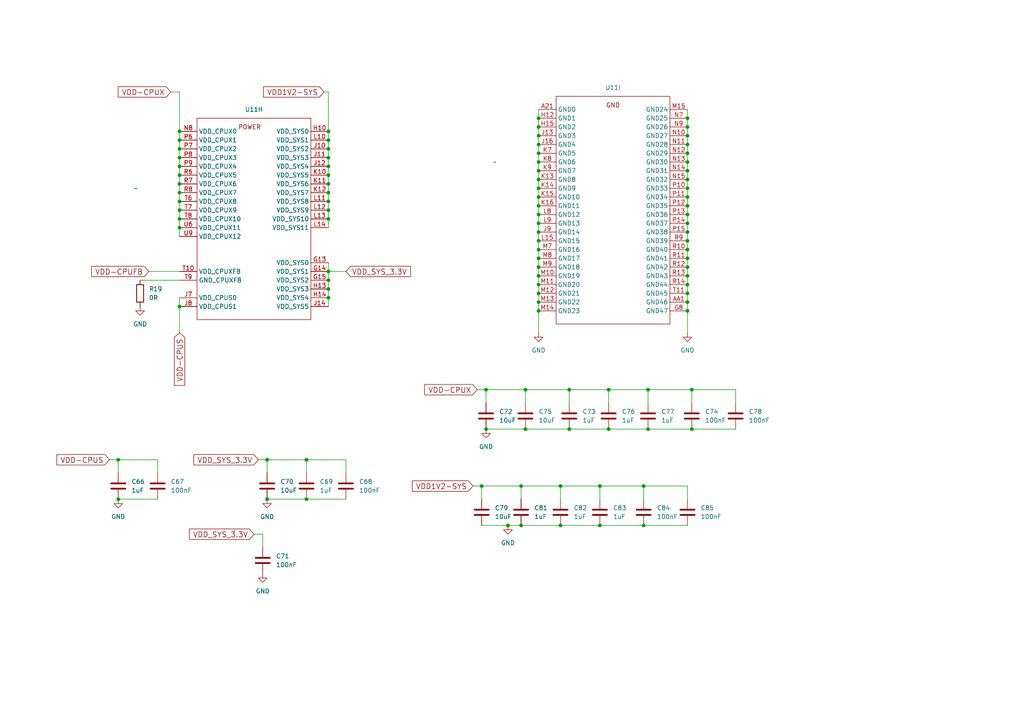
<source format=kicad_sch>
(kicad_sch (version 20230121) (generator eeschema)
  (paper "A4")
  (lib_symbols
    (symbol "Device:C" (pin_numbers hide) (pin_names (offset 0.254))
      (property "Reference" "C" (at 0.635 2.54 0))
      (property "Value" "C" (at 0.635 -2.54 0))
      (symbol "C_0_1"
        (polyline (pts (xy -2.032 -0.762) (xy 2.032 -0.762)) (stroke (width 0.508)))
        (polyline (pts (xy -2.032 0.762) (xy 2.032 0.762)) (stroke (width 0.508)))
      )
      (symbol "C_1_1"
        (pin passive line (at 0 3.81 270) (length 2.794) (name "~") (number "1"))
        (pin passive line (at 0 -3.81 90) (length 2.794) (name "~") (number "2"))
      )
    )
    (symbol "Device:R" (pin_numbers hide) (pin_names (offset 0))
      (property "Reference" "R" (at 2.032 0 90))
      (property "Value" "R" (at 0 0 90))
      (symbol "R_0_1"
        (rectangle (start -1.016 -2.54) (end 1.016 2.54) (stroke (width 0.254)))
      )
      (symbol "R_1_1"
        (pin passive line (at 0 3.81 270) (length 1.27) (name "~") (number "1"))
        (pin passive line (at 0 -3.81 90) (length 1.27) (name "~") (number "2"))
      )
    )
    (symbol "WiRoc:AllwinnerH3"
      (property "Reference" "U" (at 27.94 19.05 0))
      (symbol "AllwinnerH3_1_1"
        (rectangle (start -8.89 38.1) (end 11.43 -93.98))
        (text "DRAM" (at 1.27 35.56 0) (effects (font (size 1.27 1.27))))
        (pin bidirectional line (at -13.97 -27.94 0) (length 5.08) (name "SDQ25") (number "AA11"))
        (pin bidirectional line (at -13.97 -76.2 0) (length 5.08) (name "SDQM3") (number "AA12"))
        (pin bidirectional line (at -13.97 -17.78 0) (length 5.08) (name "SDQ21") (number "AA14"))
        (pin bidirectional line (at -13.97 -57.15 0) (length 5.08) (name "SDQS2") (number "AA15"))
        (pin bidirectional line (at -13.97 -7.62 0) (length 5.08) (name "SDQ17") (number "AA17"))
        (pin bidirectional line (at -13.97 -73.66 0) (length 5.08) (name "SDQM2") (number "AA18"))
        (pin output line (at 16.51 -53.34 180) (length 5.08) (name "SCK") (number "AA19"))
        (pin output line (at 16.51 -55.88 180) (length 5.08) (name "SCKB") (number "AA20"))
        (pin output line (at 16.51 -30.48 180) (length 5.08) (name "SCKE0") (number "AA21"))
        (pin bidirectional line (at -13.97 -38.1 0) (length 5.08) (name "SDQ29") (number "AA8"))
        (pin bidirectional line (at -13.97 -62.23 0) (length 5.08) (name "SDQS3") (number "AA9"))
        (pin bidirectional line (at -13.97 -71.12 0) (length 5.08) (name "SDQM1") (number "G20"))
        (pin bidirectional line (at -13.97 12.7 0) (length 5.08) (name "SDQ9") (number "H20"))
        (pin bidirectional line (at -13.97 10.16 0) (length 5.08) (name "SDQ10") (number "H21"))
        (pin bidirectional line (at -13.97 15.24 0) (length 5.08) (name "SDQ8") (number "J19"))
        (pin bidirectional line (at -13.97 -54.61 0) (length 5.08) (name "SDQSB1") (number "J20"))
        (pin bidirectional line (at -13.97 7.62 0) (length 5.08) (name "SDQ11") (number "J21"))
        (pin bidirectional line (at -13.97 -52.07 0) (length 5.08) (name "SDQS1") (number "K20"))
        (pin power_in line (at 16.51 -66.04 180) (length 5.08) (name "VCC_DRAM0") (number "L16"))
        (pin bidirectional line (at -13.97 5.08 0) (length 5.08) (name "SDQ12") (number "L20"))
        (pin bidirectional line (at -13.97 2.54 0) (length 5.08) (name "SDQ13") (number "L21"))
        (pin power_in line (at 16.51 -68.58 180) (length 5.08) (name "VCC_DRAM1") (number "M16"))
        (pin bidirectional line (at -13.97 -2.54 0) (length 5.08) (name "SDQ15") (number "M19"))
        (pin bidirectional line (at -13.97 -68.58 0) (length 5.08) (name "SDQM0") (number "M20"))
        (pin bidirectional line (at -13.97 0 0) (length 5.08) (name "SDQ14") (number "M21"))
        (pin power_in line (at 16.51 -71.12 180) (length 5.08) (name "VCC_DRAM2") (number "N16"))
        (pin output line (at 16.51 0 180) (length 5.08) (name "SA14") (number "N17"))
        (pin output line (at 16.51 7.62 180) (length 5.08) (name "SA11") (number "N19"))
        (pin bidirectional line (at -13.97 35.56 0) (length 5.08) (name "SDQ0") (number "N20"))
        (pin power_in line (at 16.51 -73.66 180) (length 5.08) (name "VCC_DRAM3") (number "P16"))
        (pin power_in line (at 16.51 -76.2 180) (length 5.08) (name "VCC_DRAM4") (number "P17"))
        (pin output line (at 16.51 10.16 180) (length 5.08) (name "SA10") (number "P19"))
        (pin bidirectional line (at -13.97 30.48 0) (length 5.08) (name "SDQ2") (number "P20"))
        (pin bidirectional line (at -13.97 33.02 0) (length 5.08) (name "SDQ1") (number "P21"))
        (pin power_in line (at 16.51 -78.74 180) (length 5.08) (name "VCC_DRAM5") (number "R16"))
        (pin output line (at 16.51 -2.54 180) (length 5.08) (name "SA15") (number "R17"))
        (pin output line (at 16.51 5.08 180) (length 5.08) (name "SA12") (number "R18"))
        (pin bidirectional line (at -13.97 25.4 0) (length 5.08) (name "SDQ4") (number "R19"))
        (pin bidirectional line (at -13.97 -46.99 0) (length 5.08) (name "SDQS0") (number "R20"))
        (pin bidirectional line (at -13.97 -49.53 0) (length 5.08) (name "SDQSB0") (number "R21"))
        (pin power_in line (at 16.51 -81.28 180) (length 5.08) (name "VCC_DRAM6") (number "T12"))
        (pin power_in line (at 16.51 -83.82 180) (length 5.08) (name "VCC_DRAM7") (number "T13"))
        (pin power_in line (at 16.51 -86.36 180) (length 5.08) (name "VCC_DRAM8") (number "T14"))
        (pin power_in line (at 16.51 -88.9 180) (length 5.08) (name "VCC_DRAM9") (number "T15"))
        (pin output line (at 16.51 -59.69 180) (length 5.08) (name "SVREF") (number "T16"))
        (pin output line (at 16.51 35.56 180) (length 5.08) (name "SA0") (number "T17"))
        (pin output line (at 16.51 -10.16 180) (length 5.08) (name "SBA1") (number "T18"))
        (pin bidirectional line (at -13.97 22.86 0) (length 5.08) (name "SDQ5") (number "T20"))
        (pin power_in line (at 16.51 -91.44 180) (length 5.08) (name "VCC_DRAM10") (number "U11"))
        (pin output line (at 16.51 -20.32 180) (length 5.08) (name "SCAS") (number "U15"))
        (pin output line (at 16.51 -25.4 180) (length 5.08) (name "SRST") (number "U16"))
        (pin output line (at 16.51 33.02 180) (length 5.08) (name "SA1") (number "U18"))
        (pin bidirectional line (at -13.97 20.32 0) (length 5.08) (name "SDQ6") (number "U19"))
        (pin bidirectional line (at -13.97 17.78 0) (length 5.08) (name "SDQ7") (number "U20"))
        (pin bidirectional line (at -13.97 27.94 0) (length 5.08) (name "SDQ3") (number "U21"))
        (pin bidirectional line (at -13.97 -80.01 0) (length 5.08) (name "SZQ") (number "V10"))
        (pin output line (at 16.51 -48.26 180) (length 5.08) (name "SODT1") (number "V11"))
        (pin output line (at 16.51 2.54 180) (length 5.08) (name "SA13") (number "V12"))
        (pin output line (at 16.51 -17.78 180) (length 5.08) (name "SRAS") (number "V13"))
        (pin output line (at 16.51 17.78 180) (length 5.08) (name "SA7") (number "V15"))
        (pin output line (at 16.51 -12.7 180) (length 5.08) (name "SBA2") (number "V17"))
        (pin output line (at 16.51 30.48 180) (length 5.08) (name "SA2") (number "V19"))
        (pin output line (at 16.51 27.94 180) (length 5.08) (name "SA3") (number "V20"))
        (pin output line (at 16.51 25.4 180) (length 5.08) (name "SA4") (number "V21"))
        (pin output line (at 16.51 -45.72 180) (length 5.08) (name "SODT0") (number "W11"))
        (pin bidirectional line (at -13.97 -25.4 0) (length 5.08) (name "SDQ24") (number "W12"))
        (pin output line (at 16.51 -22.86 180) (length 5.08) (name "SWE") (number "W13"))
        (pin bidirectional line (at -13.97 -12.7 0) (length 5.08) (name "SDQ19") (number "W15"))
        (pin output line (at 16.51 -7.62 180) (length 5.08) (name "SBA0") (number "W17"))
        (pin output line (at 16.51 15.24 180) (length 5.08) (name "SA8") (number "W18"))
        (pin output line (at 16.51 -38.1 180) (length 5.08) (name "SCS0") (number "W20"))
        (pin output line (at 16.51 -40.64 180) (length 5.08) (name "SCS1") (number "W21"))
        (pin bidirectional line (at -13.97 -35.56 0) (length 5.08) (name "SDQ28") (number "W9"))
        (pin bidirectional line (at -13.97 -33.02 0) (length 5.08) (name "SDQ27") (number "Y10"))
        (pin bidirectional line (at -13.97 -30.48 0) (length 5.08) (name "SDQ26") (number "Y11"))
        (pin bidirectional line (at -13.97 -22.86 0) (length 5.08) (name "SDQ23") (number "Y12"))
        (pin bidirectional line (at -13.97 -20.32 0) (length 5.08) (name "SDQ22") (number "Y13"))
        (pin bidirectional line (at -13.97 -15.24 0) (length 5.08) (name "SDQ20") (number "Y14"))
        (pin bidirectional line (at -13.97 -59.69 0) (length 5.08) (name "SDQSB2") (number "Y15"))
        (pin bidirectional line (at -13.97 -10.16 0) (length 5.08) (name "SDQ18") (number "Y16"))
        (pin bidirectional line (at -13.97 -5.08 0) (length 5.08) (name "SDQ16") (number "Y17"))
        (pin output line (at 16.51 12.7 180) (length 5.08) (name "SA9") (number "Y18"))
        (pin output line (at 16.51 22.86 180) (length 5.08) (name "SA5") (number "Y19"))
        (pin output line (at 16.51 20.32 180) (length 5.08) (name "SA6") (number "Y20"))
        (pin output line (at 16.51 -33.02 180) (length 5.08) (name "SCKE1") (number "Y21"))
        (pin bidirectional line (at -13.97 -43.18 0) (length 5.08) (name "SDQ31") (number "Y7"))
        (pin bidirectional line (at -13.97 -40.64 0) (length 5.08) (name "SDQ30") (number "Y8"))
        (pin bidirectional line (at -13.97 -64.77 0) (length 5.08) (name "SDQSB3") (number "Y9"))
      )
      (symbol "AllwinnerH3_2_1"
        (rectangle (start -22.86 26.67) (end 6.35 -24.13))
        (text "NAND" (at -17.78 24.13 0) (effects (font (size 1.27 1.27))))
        (pin bidirectional line (at 11.43 2.54 180) (length 5.08) (name "PC7/NAND_RB1") (number "A16"))
        (pin bidirectional line (at 11.43 7.62 180) (length 5.08) (name "PC5/NAND_RE/SDC2_CLK") (number "A17"))
        (pin bidirectional line (at 11.43 12.7 180) (length 5.08) (name "PC3/NAND_CE1/SPI0_CS") (number "B15"))
        (pin bidirectional line (at 11.43 15.24 180) (length 5.08) (name "PC2/NAND_CLE/SPI0_CLK") (number "B16"))
        (pin bidirectional line (at 11.43 -10.16 180) (length 5.08) (name "PC12/NAND_DQ4/SDC2_D4") (number "B17"))
        (pin bidirectional line (at 11.43 0 180) (length 5.08) (name "PC8/NAND_DQ0/SDC2_D0") (number "B18"))
        (pin bidirectional line (at 11.43 -12.7 180) (length 5.08) (name "PC13/NAND_DQ5/SDC2_D5") (number "B19"))
        (pin bidirectional line (at 11.43 20.32 180) (length 5.08) (name "PC0/NAND_WE/SPI0_MOSI") (number "C15"))
        (pin bidirectional line (at 11.43 17.78 180) (length 5.08) (name "PC1/NAND_ALE/SPI0_MISO") (number "C16"))
        (pin bidirectional line (at 11.43 -2.54 180) (length 5.08) (name "PC9/NAND_DQ1/SDC2_D1") (number "C17"))
        (pin bidirectional line (at 11.43 -7.62 180) (length 5.08) (name "PC11/NAND_DQ3/SDC2_D3") (number "C18"))
        (pin bidirectional line (at 11.43 -17.78 180) (length 5.08) (name "PC15/NAND_DQ7/SDC2_D7") (number "C19"))
        (pin bidirectional line (at 11.43 -5.08 180) (length 5.08) (name "PC10/NAND_DQ2/SDC2_D2") (number "D17"))
        (pin bidirectional line (at 11.43 5.08 180) (length 5.08) (name "PC6/NAND_RB0/SDC2_CMD") (number "E16"))
        (pin bidirectional line (at 11.43 10.16 180) (length 5.08) (name "PC4/NAND_CE0") (number "F16"))
        (pin bidirectional line (at 11.43 -15.24 180) (length 5.08) (name "PC14/NAND_DQ6/SDC2_D6") (number "F17"))
        (pin bidirectional line (at 11.43 -20.32 180) (length 5.08) (name "PC16/NAND_DQS/SDC2_RST") (number "H16"))
      )
      (symbol "AllwinnerH3_3_1"
        (rectangle (start -21.59 27.94) (end 7.62 -17.78))
        (text "SDC1\n" (at -17.78 25.4 0) (effects (font (size 1.27 1.27))))
        (pin bidirectional line (at 12.7 -13.97 180) (length 5.08) (name "PG0/SDC1_CLK/PG_EINT0") (number "B1"))
        (pin bidirectional line (at 12.7 6.35 180) (length 5.08) (name "PG5/SDC1_D3/PG_EINT5") (number "C1"))
        (pin bidirectional line (at 12.7 8.89 180) (length 5.08) (name "PG4/SDC1_D2/PG_EINT4") (number "C2"))
        (pin bidirectional line (at 12.7 -1.27 180) (length 5.08) (name "PG8/UART1_RTS/PG_EINT8") (number "C3"))
        (pin bidirectional line (at 12.7 -11.43 180) (length 5.08) (name "PG12/PCM1_DOUTPG_EINT12") (number "D1"))
        (pin bidirectional line (at 12.7 -8.89 180) (length 5.08) (name "PG11/PCM1_CLK/PG_EINT11") (number "D2"))
        (pin bidirectional line (at 12.7 1.27 180) (length 5.08) (name "PG7/UART1_RX/PG_EINT7") (number "D3"))
        (pin bidirectional line (at 12.7 -3.81 180) (length 5.08) (name "PG9/UART1_CTS/PG_EINT9") (number "E3"))
        (pin bidirectional line (at 12.7 11.43 180) (length 5.08) (name "PG3/SDC1_D1/PG_EINT3") (number "F3"))
        (pin bidirectional line (at 12.7 3.81 180) (length 5.08) (name "PG6/UART1_TX/PG_EINT6") (number "G4"))
        (pin bidirectional line (at 12.7 13.97 180) (length 5.08) (name "PG2/SDC1_D0/PG_EINT2") (number "H4"))
        (pin power_in line (at 12.7 25.4 180) (length 5.08) (name "VCC_PG") (number "H7"))
        (pin bidirectional line (at 12.7 19.05 180) (length 5.08) (name "PG0/SDC1_CLK/PG_EINT0") (number "J3"))
        (pin bidirectional line (at 12.7 16.51 180) (length 5.08) (name "PG1/SDC1_CMD/PG_EINT1") (number "L2"))
        (pin bidirectional line (at 12.7 -6.35 180) (length 5.08) (name "PG10/PCM1_SYNC/PG_EINT10") (number "M3"))
      )
      (symbol "AllwinnerH3_4_1"
        (rectangle (start -26.67 26.67) (end 62.23 -82.55))
        (polyline (pts (xy 13.97 -30.48) (xy 62.23 -30.48)))
        (polyline (pts (xy 13.97 -33.02) (xy -26.67 -33.02) (xy -22.86 -33.02)))
        (polyline (pts (xy 13.97 8.89) (xy 13.97 -54.61) (xy 13.97 -27.94)))
        (text "GPIO" (at 12.7 11.43 0) (effects (font (size 1.27 1.27))))
        (pin bidirectional line (at 67.31 -40.64 180) (length 5.08) (name "PE1/CSI_MCLK/TS_ERR") (number "A10"))
        (pin bidirectional line (at 67.31 -66.04 180) (length 5.08) (name "PE11/CSI_D7/TS_D7") (number "A11"))
        (pin bidirectional line (at -31.75 -26.67 0) (length 5.08) (name "PA20/PCM0_DOUT/SIM_VPPEN/PA_EINT20") (number "A13"))
        (pin bidirectional line (at -31.75 -29.21 0) (length 5.08) (name "PA21/PCM0_DIN/SIM_VPPPP/PA_EINT21") (number "A14"))
        (pin bidirectional line (at -31.75 -46.99 0) (length 5.08) (name "PF1/SDC0_D0/JTAG_DI0") (number "A19"))
        (pin bidirectional line (at 67.31 6.35 180) (length 5.08) (name "PD4/RGMII_RXCK/MII_RXCK/RMII_NULL") (number "A20"))
        (pin bidirectional line (at 67.31 -38.1 180) (length 5.08) (name "PE0/CSI_PCLK/TS_CLK") (number "B10"))
        (pin bidirectional line (at 67.31 -43.18 180) (length 5.08) (name "PE2/CSI_HSYNC/TS_SYNC") (number "B11"))
        (pin bidirectional line (at 67.31 -68.58 180) (length 5.08) (name "PE12/CSI_SCK/TWI2_SCK") (number "B12"))
        (pin bidirectional line (at -31.75 -21.59 0) (length 5.08) (name "PA18/PCM0_SYNC/TWI1_SCK/PA_EINT18") (number "B13"))
        (pin bidirectional line (at -31.75 -24.13 0) (length 5.08) (name "PA19/PCM0_CLK/TWI1_SDA/PA_EINT19") (number "B14"))
        (pin bidirectional line (at 67.31 11.43 180) (length 5.08) (name "PD2/RGMII_RXD1/MII_RXD1/RMII_RXD1") (number "B20"))
        (pin bidirectional line (at 67.31 1.27 180) (length 5.08) (name "PD6/RGMII_NULL/MII_RXERR/RMII_RXER") (number "B21"))
        (pin bidirectional line (at 67.31 -45.72 180) (length 5.08) (name "PE3/CSI_VSYNC/TS_DVLD") (number "C10"))
        (pin bidirectional line (at 67.31 -58.42 180) (length 5.08) (name "PE8/CSI_D4/TS_D4") (number "C11"))
        (pin bidirectional line (at 67.31 -60.96 180) (length 5.08) (name "PE9/CSI_D5/TS_D5") (number "C12"))
        (pin bidirectional line (at -31.75 -6.35 0) (length 5.08) (name "PA12/TWI0_SDA/DI_RX/PA_EINT12") (number "C13"))
        (pin bidirectional line (at -31.75 -19.05 0) (length 5.08) (name "PA17/SPDIF_OUT/PA_EINT17") (number "C14"))
        (pin bidirectional line (at -31.75 -57.15 0) (length 5.08) (name "PF5/SDC0_D2/JTAG_CK0") (number "C20"))
        (pin bidirectional line (at 67.31 16.51 180) (length 5.08) (name "PD0/RGMII_RXD3/MII_RXD3/RMII_NULL/DI_TX") (number "C21"))
        (pin bidirectional line (at 67.31 -76.2 180) (length 5.08) (name "PE15") (number "C5"))
        (pin bidirectional line (at 67.31 -73.66 180) (length 5.08) (name "PE14") (number "C6"))
        (pin bidirectional line (at 67.31 -71.12 180) (length 5.08) (name "PE13/CSI_SDA/TWI2_SDA") (number "C7"))
        (pin bidirectional line (at 67.31 -55.88 180) (length 5.08) (name "PE7/CSI_D3/TS_D3") (number "C8"))
        (pin bidirectional line (at 67.31 -48.26 180) (length 5.08) (name "PE4/CSI_D0/TS_D0") (number "C9"))
        (pin bidirectional line (at 67.31 -53.34 180) (length 5.08) (name "PE6/CSI_D2/TS_D2") (number "D10"))
        (pin bidirectional line (at -31.75 24.13 0) (length 5.08) (name "PA0/UART2_TX/JTAG_MS0/PA_EINT0") (number "D11"))
        (pin bidirectional line (at -31.75 1.27 0) (length 5.08) (name "PA9/SIM_RST/PA_EINT9") (number "D13"))
        (pin bidirectional line (at -31.75 -16.51 0) (length 5.08) (name "PA16/SPI1_MISO/UART3_CTS/PA_EINT16") (number "D15"))
        (pin bidirectional line (at -31.75 -44.45 0) (length 5.08) (name "PF0/SDC0_D1/JTAG_MS0") (number "D19"))
        (pin bidirectional line (at -31.75 -49.53 0) (length 5.08) (name "PF2/SDC0_CLK/UART0_TX") (number "D20"))
        (pin bidirectional line (at -31.75 21.59 0) (length 5.08) (name "PA1/UART2_RX/JTAG_CK0/PA_EINT1") (number "D5"))
        (pin bidirectional line (at -31.75 19.05 0) (length 5.08) (name "PA2/UART2_RTS/JTAG_DO0/PA_EINT2") (number "D6"))
        (pin bidirectional line (at -31.75 6.35 0) (length 5.08) (name "PA7/SIM_CLK/PA_EINT7") (number "D8"))
        (pin bidirectional line (at 67.31 -50.8 180) (length 5.08) (name "PE5/CSI_D1/TS_D1") (number "E10"))
        (pin bidirectional line (at -31.75 -1.27 0) (length 5.08) (name "PA10/SIM_DET/PA_EINT10") (number "E11"))
        (pin bidirectional line (at -31.75 16.51 0) (length 5.08) (name "PA3/UART2_CTS/JTAG_DI0/PA_EINT3") (number "E13"))
        (pin bidirectional line (at -31.75 8.89 0) (length 5.08) (name "PA6/SIM_PWREN/PA_EINT6") (number "E14"))
        (pin bidirectional line (at -31.75 -8.89 0) (length 5.08) (name "PA13/SPI1_CS/UART3_TX/PA_EINT13") (number "E15"))
        (pin bidirectional line (at 67.31 -1.27 180) (length 5.08) (name "PD7/RGMII_TXD3/MII_TXD3/RMII_NULL") (number "E18"))
        (pin bidirectional line (at 67.31 -13.97 180) (length 5.08) (name "PD12/RGMII_TXCK/MII_TXCK/RMII_TXCK") (number "E19"))
        (pin bidirectional line (at 67.31 -3.81 180) (length 5.08) (name "PD8/RGMII_TXD2/MII_TXD2/RMII_NULL") (number "E20"))
        (pin bidirectional line (at -31.75 -54.61 0) (length 5.08) (name "PF4/SDC0_D3/UART0_RX") (number "E21"))
        (pin bidirectional line (at 67.31 -63.5 180) (length 5.08) (name "PE10/CSI_D6/TS_D6") (number "E8"))
        (pin bidirectional line (at -31.75 -3.81 0) (length 5.08) (name "PA11/TWI0_SCK/DI_TX/PA_EINT11") (number "F11"))
        (pin bidirectional line (at -31.75 3.81 0) (length 5.08) (name "PA8/SIM_DATA/PA_EINT8") (number "F13"))
        (pin bidirectional line (at -31.75 -13.97 0) (length 5.08) (name "PA15/SPI1_MOSI/UART3_RTS/PA_EINT15") (number "F14"))
        (pin bidirectional line (at -31.75 -52.07 0) (length 5.08) (name "PF3/SDC0_CMD/JTAG_DO0") (number "F18"))
        (pin bidirectional line (at 67.31 3.81 180) (length 5.08) (name "PD5/RGMII_RXCTL/MII_RXDV/RMII_CRS_D") (number "F19"))
        (pin bidirectional line (at 67.31 -11.43 180) (length 5.08) (name "PD11/RGMII_NULL/MII_CRS/RMII_NULL") (number "F20"))
        (pin bidirectional line (at 67.31 -6.35 180) (length 5.08) (name "PD9/RGMII_TXD1/MII_TXD1/RMII_TXD1") (number "F21"))
        (pin bidirectional line (at -31.75 13.97 0) (length 5.08) (name "PA4/UART0_TX/PA_EINT4") (number "F5"))
        (pin bidirectional line (at -31.75 -11.43 0) (length 5.08) (name "PA14/SPI1_CLK/UART3_RX/PA_EINT14") (number "G12"))
        (pin bidirectional line (at -31.75 -59.69 0) (length 5.08) (name "PF6") (number "G18"))
        (pin bidirectional line (at 67.31 13.97 180) (length 5.08) (name "PD1/RGMII_RXD2/MII_RXD2/RMII_NULL/DI_RX") (number "H17"))
        (pin bidirectional line (at 67.31 8.89 180) (length 5.08) (name "PD3/RGMII_RXD0/MII_RXD0/RMII_RXD0") (number "H18"))
        (pin bidirectional line (at 67.31 -8.89 180) (length 5.08) (name "PD10/RGMII_TXD0/MII_TXD0/RMII_TXD0") (number "H19"))
        (pin bidirectional line (at -31.75 11.43 0) (length 5.08) (name "PA5/UART0_RX/PWM0/PA_EINT5") (number "H6"))
        (pin power_in line (at 67.31 24.13 180) (length 5.08) (name "VCC-PD") (number "J15"))
        (pin bidirectional line (at 67.31 -16.51 180) (length 5.08) (name "PD13/RGMII_TXCTL/MII_TXEN/RMII_TXEN") (number "K17"))
        (pin bidirectional line (at 67.31 -21.59 180) (length 5.08) (name "PD15/RGMII_CLKIN/MII_COL/RMII_NULL_") (number "K18"))
        (pin bidirectional line (at 67.31 -19.05 180) (length 5.08) (name "PD14/RGMII_NULL/MII_TXERR/RMII_NULL") (number "L17"))
        (pin bidirectional line (at 67.31 -24.13 180) (length 5.08) (name "PD16/MDC") (number "L18"))
        (pin bidirectional line (at 67.31 -26.67 180) (length 5.08) (name "PD17/MDIO") (number "L19"))
      )
      (symbol "AllwinnerH3_5_1"
        (rectangle (start -17.78 17.78) (end 25.4 -17.78))
        (text "CPUS" (at -13.97 12.7 0) (effects (font (size 1.27 1.27))))
        (pin bidirectional line (at 30.48 11.43 180) (length 5.08) (name "PL1/S_TWI_SDA/S_PL_EINT1") (number "M1"))
        (pin bidirectional line (at 30.48 -8.89 180) (length 5.08) (name "PL9/S_PL_EINT9") (number "M6"))
        (pin bidirectional line (at 30.48 13.97 180) (length 5.08) (name "PL0/S_TWI_SCK/S_PL_EINT0") (number "N1"))
        (pin bidirectional line (at 30.48 3.81 180) (length 5.08) (name "PL4/S_JTAG_MS/S_PL_EINT4") (number "N2"))
        (pin bidirectional line (at 30.48 8.89 180) (length 5.08) (name "PL2/S_UART_TX/S_PL_EINT2") (number "P2"))
        (pin bidirectional line (at 30.48 6.35 180) (length 5.08) (name "PL3/S_UART_RX/S_PL_EINT3") (number "R1"))
        (pin bidirectional line (at 30.48 1.27 180) (length 5.08) (name "PL5/S_JTAG_CK/S_PL_EINT5") (number "R2"))
        (pin bidirectional line (at 30.48 -6.35 180) (length 5.08) (name "PL8/S_PL_EINT8") (number "T2"))
        (pin bidirectional line (at 30.48 -3.81 180) (length 5.08) (name "PL7/S_JTAG_SI/S_PL_EINT7") (number "T3"))
        (pin bidirectional line (at 30.48 -1.27 180) (length 5.08) (name "PL6/S_JTAG_DO/S_PL_EINT6") (number "T4"))
        (pin bidirectional line (at 30.48 -13.97 180) (length 5.08) (name "PL11/S_CIR_RX/S_PL_EINT11") (number "U2"))
        (pin bidirectional line (at 30.48 -11.43 180) (length 5.08) (name "PL10/S_PWM/S_PL_EINT10") (number "V2"))
      )
      (symbol "AllwinnerH3_6_1"
        (rectangle (start -16.51 19.05) (end 21.59 -49.53))
        (polyline (pts (xy -16.51 -19.05) (xy 1.27 -19.05)))
        (polyline (pts (xy 1.27 -26.67) (xy 21.59 -26.67)))
        (polyline (pts (xy 1.27 19.05) (xy 1.27 -49.53)))
        (text "AUDIO\nCODEC" (at -2.54 3.81 0) (effects (font (size 1.27 1.27))))
        (text "EPHY" (at -3.81 -48.26 0) (effects (font (size 1.27 1.27))))
        (text "HDMI" (at 5.08 16.51 0) (effects (font (size 1.27 1.27))))
        (text "TVOUT" (at 5.08 -30.48 0) (effects (font (size 1.27 1.27))))
        (pin bidirectional line (at -21.59 -35.56 0) (length 5.08) (name "EPHY_LINK_LED") (number "A2"))
        (pin bidirectional line (at -21.59 -30.48 0) (length 5.08) (name "EPHY_TXN") (number "A3"))
        (pin bidirectional line (at -21.59 -25.4 0) (length 5.08) (name "EPHY_RXN") (number "A4"))
        (pin bidirectional line (at -21.59 6.35 0) (length 5.08) (name "MICIN2N") (number "AA2"))
        (pin bidirectional line (at -21.59 1.27 0) (length 5.08) (name "LINEOUTL") (number "AA3"))
        (pin bidirectional line (at -21.59 -27.94 0) (length 5.08) (name "EPHY_TXP") (number "B3"))
        (pin bidirectional line (at -21.59 -22.86 0) (length 5.08) (name "EPHY_RXP") (number "B4"))
        (pin bidirectional line (at 26.67 -8.89 180) (length 5.08) (name "HTXCN") (number "E2"))
        (pin bidirectional line (at 26.67 6.35 180) (length 5.08) (name "HTX0N") (number "F1"))
        (pin bidirectional line (at 26.67 -39.37 180) (length 5.08) (name "TVOUT") (number "F10"))
        (pin bidirectional line (at 26.67 -6.35 180) (length 5.08) (name "HTXCP") (number "F2"))
        (pin bidirectional line (at -21.59 -33.02 0) (length 5.08) (name "EPHY_RTX") (number "F6"))
        (pin bidirectional line (at -21.59 -38.1 0) (length 5.08) (name "EPHY_SPD_LED") (number "F7"))
        (pin bidirectional line (at -21.59 -40.64 0) (length 5.08) (name "EPHY_VDD") (number "F8"))
        (pin bidirectional line (at 26.67 8.89 180) (length 5.08) (name "HTX0P") (number "G1"))
        (pin bidirectional line (at 26.67 1.27 180) (length 5.08) (name "HTX1N") (number "G2"))
        (pin bidirectional line (at 26.67 -13.97 180) (length 5.08) (name "HCEC") (number "G5"))
        (pin bidirectional line (at -21.59 -43.18 0) (length 5.08) (name "EPHY_VCC") (number "G7"))
        (pin bidirectional line (at 26.67 -41.91 180) (length 5.08) (name "V33_TV") (number "G9"))
        (pin bidirectional line (at 26.67 3.81 180) (length 5.08) (name "HTX1P") (number "H2"))
        (pin bidirectional line (at 26.67 -19.05 180) (length 5.08) (name "HSCL") (number "H3"))
        (pin bidirectional line (at 26.67 -44.45 180) (length 5.08) (name "GND_TV") (number "H8"))
        (pin bidirectional line (at 26.67 -1.27 180) (length 5.08) (name "HTX2P") (number "J1"))
        (pin bidirectional line (at 26.67 -3.81 180) (length 5.08) (name "HTX2N") (number "J2"))
        (pin power_in line (at 26.67 16.51 180) (length 5.08) (name "HVCC") (number "J6"))
        (pin bidirectional line (at 26.67 -16.51 180) (length 5.08) (name "HSDA") (number "K3"))
        (pin bidirectional line (at 26.67 -11.43 180) (length 5.08) (name "HHPD") (number "M2"))
        (pin power_in line (at 26.67 13.97 180) (length 5.08) (name "HGND") (number "M5"))
        (pin bidirectional line (at -21.59 -16.51 0) (length 5.08) (name "AGND") (number "U3"))
        (pin bidirectional line (at -21.59 -11.43 0) (length 5.08) (name "LINEINL") (number "V1"))
        (pin bidirectional line (at -21.59 -6.35 0) (length 5.08) (name "AVCC") (number "V3"))
        (pin bidirectional line (at -21.59 -8.89 0) (length 5.08) (name "VRP") (number "V4"))
        (pin bidirectional line (at -21.59 -13.97 0) (length 5.08) (name "LINEINR") (number "W1"))
        (pin bidirectional line (at -21.59 13.97 0) (length 5.08) (name "MICIN1P") (number "W2"))
        (pin bidirectional line (at -21.59 16.51 0) (length 5.08) (name "MBIAS") (number "W3"))
        (pin bidirectional line (at -21.59 -3.81 0) (length 5.08) (name "VRA2") (number "W5"))
        (pin bidirectional line (at -21.59 11.43 0) (length 5.08) (name "MICIN1N") (number "Y1"))
        (pin bidirectional line (at -21.59 8.89 0) (length 5.08) (name "MICIN2P") (number "Y2"))
        (pin bidirectional line (at -21.59 3.81 0) (length 5.08) (name "LINEOUTR") (number "Y3"))
        (pin bidirectional line (at -21.59 -1.27 0) (length 5.08) (name "VRA1") (number "Y4"))
      )
      (symbol "AllwinnerH3_7_1"
        (polyline (pts (xy 27.94 17.78) (xy 27.94 -48.26)))
        (rectangle (start 10.16 17.78) (end 49.53 -48.26))
        (text "SYS" (at 31.75 13.97 0) (effects (font (size 1.27 1.27))))
        (text "USB" (at 13.97 13.97 0) (effects (font (size 1.27 1.27))))
        (pin bidirectional line (at 54.61 11.43 180) (length 5.08) (name "JTAG_SEL0") (number "A1"))
        (pin bidirectional line (at 5.08 -7.62 0) (length 5.08) (name "USB_DP0") (number "A5"))
        (pin bidirectional line (at 5.08 -26.67 0) (length 5.08) (name "USB_DP2") (number "A7"))
        (pin bidirectional line (at 5.08 -24.13 0) (length 5.08) (name "USB_DM2") (number "A8"))
        (pin bidirectional line (at 54.61 -5.08 180) (length 5.08) (name "KEYADC") (number "AA5"))
        (pin bidirectional line (at 54.61 3.81 180) (length 5.08) (name "NMI") (number "AA6"))
        (pin bidirectional line (at 54.61 8.89 180) (length 5.08) (name "JTAG_SEL") (number "B2"))
        (pin bidirectional line (at 5.08 -5.08 0) (length 5.08) (name "USB_DM0") (number "B5"))
        (pin bidirectional line (at 5.08 -16.51 0) (length 5.08) (name "USB_DP1") (number "B6"))
        (pin bidirectional line (at 5.08 -13.97 0) (length 5.08) (name "USB_DM1") (number "B7"))
        (pin bidirectional line (at 5.08 -36.83 0) (length 5.08) (name "USB_DP3") (number "B8"))
        (pin bidirectional line (at 5.08 -34.29 0) (length 5.08) (name "USB_DM3") (number "B9"))
        (pin bidirectional line (at 54.61 -10.16 180) (length 5.08) (name "VDD_EFUSE") (number "G10"))
        (pin bidirectional line (at 5.08 5.08 0) (length 5.08) (name "VCC-USB") (number "G11"))
        (pin bidirectional line (at 54.61 -12.7 180) (length 5.08) (name "VDD_EFUSEBP") (number "H11"))
        (pin bidirectional line (at 54.61 -22.86 180) (length 5.08) (name "X24MOUT") (number "K1"))
        (pin bidirectional line (at 54.61 -25.4 180) (length 5.08) (name "X24MIN") (number "K2"))
        (pin bidirectional line (at 54.61 -20.32 180) (length 5.08) (name "X24MFOUT") (number "K4"))
        (pin bidirectional line (at 54.61 -31.75 180) (length 5.08) (name "VCC_RTC") (number "K6"))
        (pin bidirectional line (at 54.61 -15.24 180) (length 5.08) (name "PLLTEST") (number "L5"))
        (pin bidirectional line (at 54.61 -34.29 180) (length 5.08) (name "RTC_VIO") (number "M4"))
        (pin bidirectional line (at 54.61 -17.78 180) (length 5.08) (name "VCC_PLL") (number "N3"))
        (pin bidirectional line (at 54.61 -39.37 180) (length 5.08) (name "X32KFOUT") (number "P3"))
        (pin bidirectional line (at 54.61 6.35 180) (length 5.08) (name "TEST") (number "T5"))
        (pin bidirectional line (at 54.61 -41.91 180) (length 5.08) (name "X32KOUT") (number "U4"))
        (pin bidirectional line (at 54.61 -44.45 180) (length 5.08) (name "X32KIN") (number "V5"))
        (pin bidirectional line (at 54.61 1.27 180) (length 5.08) (name "RESET") (number "V6"))
        (pin bidirectional line (at 54.61 13.97 180) (length 5.08) (name "UBOOT") (number "W6"))
      )
      (symbol "AllwinnerH3_8_1"
        (rectangle (start 26.67 17.78) (end 59.69 -40.64))
        (text "POWER" (at 41.91 15.24 0) (effects (font (size 1.27 1.27))))
        (pin power_in line (at 64.77 -24.13 180) (length 5.08) (name "VDD_SYS0") (number "G13"))
        (pin power_in line (at 64.77 -26.67 180) (length 5.08) (name "VDD_SYS1") (number "G14"))
        (pin power_in line (at 64.77 -29.21 180) (length 5.08) (name "VDD_SYS2") (number "G15"))
        (pin power_in line (at 64.77 13.97 180) (length 5.08) (name "VDD_SYS0") (number "H10"))
        (pin power_in line (at 64.77 -31.75 180) (length 5.08) (name "VDD_SYS3") (number "H13"))
        (pin power_in line (at 64.77 -34.29 180) (length 5.08) (name "VDD_SYS4") (number "H14"))
        (pin power_in line (at 64.77 8.89 180) (length 5.08) (name "VDD_SYS2") (number "J10"))
        (pin power_in line (at 64.77 6.35 180) (length 5.08) (name "VDD_SYS3") (number "J11"))
        (pin power_in line (at 64.77 3.81 180) (length 5.08) (name "VDD_SYS4") (number "J12"))
        (pin power_in line (at 64.77 -36.83 180) (length 5.08) (name "VDD_SYS5") (number "J14"))
        (pin power_in line (at 21.59 -34.29 0) (length 5.08) (name "VDD_CPUS0") (number "J7"))
        (pin power_in line (at 21.59 -36.83 0) (length 5.08) (name "VDD_CPUS1") (number "J8"))
        (pin power_in line (at 64.77 1.27 180) (length 5.08) (name "VDD_SYS5") (number "K10"))
        (pin power_in line (at 64.77 -1.27 180) (length 5.08) (name "VDD_SYS6") (number "K11"))
        (pin power_in line (at 64.77 -3.81 180) (length 5.08) (name "VDD_SYS7") (number "K12"))
        (pin power_in line (at 64.77 11.43 180) (length 5.08) (name "VDD_SYS1") (number "L10"))
        (pin power_in line (at 64.77 -6.35 180) (length 5.08) (name "VDD_SYS8") (number "L11"))
        (pin power_in line (at 64.77 -8.89 180) (length 5.08) (name "VDD_SYS9") (number "L12"))
        (pin power_in line (at 64.77 -11.43 180) (length 5.08) (name "VDD_SYS10") (number "L13"))
        (pin power_in line (at 64.77 -13.97 180) (length 5.08) (name "VDD_SYS11") (number "L14"))
        (pin power_in line (at 21.59 13.97 0) (length 5.08) (name "VDD_CPUX0") (number "N8"))
        (pin power_in line (at 21.59 11.43 0) (length 5.08) (name "VDD_CPUX1") (number "P6"))
        (pin power_in line (at 21.59 8.89 0) (length 5.08) (name "VDD_CPUX2") (number "P7"))
        (pin power_in line (at 21.59 6.35 0) (length 5.08) (name "VDD_CPUX3") (number "P8"))
        (pin power_in line (at 21.59 3.81 0) (length 5.08) (name "VDD_CPUX4") (number "P9"))
        (pin power_in line (at 21.59 1.27 0) (length 5.08) (name "VDD_CPUX5") (number "R6"))
        (pin power_in line (at 21.59 -1.27 0) (length 5.08) (name "VDD_CPUX6") (number "R7"))
        (pin power_in line (at 21.59 -3.81 0) (length 5.08) (name "VDD_CPUX7") (number "R8"))
        (pin power_in line (at 21.59 -26.67 0) (length 5.08) (name "VDD_CPUXFB") (number "T10"))
        (pin power_in line (at 21.59 -6.35 0) (length 5.08) (name "VDD_CPUX8") (number "T6"))
        (pin power_in line (at 21.59 -8.89 0) (length 5.08) (name "VDD_CPUX9") (number "T7"))
        (pin power_in line (at 21.59 -11.43 0) (length 5.08) (name "VDD_CPUX10") (number "T8"))
        (pin power_in line (at 21.59 -29.21 0) (length 5.08) (name "GND_CPUXFB") (number "T9"))
        (pin power_in line (at 21.59 -13.97 0) (length 5.08) (name "VDD_CPUX11") (number "U6"))
        (pin power_in line (at 21.59 -16.51 0) (length 5.08) (name "VDD_CPUX12") (number "U9"))
      )
      (symbol "AllwinnerH3_9_1"
        (rectangle (start 26.67 16.51) (end 59.69 -49.53))
        (text "GND" (at 43.18 13.97 0) (effects (font (size 1.27 1.27))))
        (pin power_in line (at 21.59 12.7 0) (length 5.08) (name "GND0") (number "A21"))
        (pin power_in line (at 64.77 -43.18 180) (length 5.08) (name "GND46") (number "AA1"))
        (pin power_in line (at 64.77 -45.72 180) (length 5.08) (name "GND47") (number "G8"))
        (pin power_in line (at 21.59 10.16 0) (length 5.08) (name "GND1") (number "H12"))
        (pin power_in line (at 21.59 7.62 0) (length 5.08) (name "GND2") (number "H15"))
        (pin power_in line (at 21.59 5.08 0) (length 5.08) (name "GND3") (number "J13"))
        (pin power_in line (at 21.59 2.54 0) (length 5.08) (name "GND4") (number "J16"))
        (pin power_in line (at 21.59 -22.86 0) (length 5.08) (name "GND14") (number "J9"))
        (pin power_in line (at 21.59 -7.62 0) (length 5.08) (name "GND8") (number "K13"))
        (pin power_in line (at 21.59 -10.16 0) (length 5.08) (name "GND9") (number "K14"))
        (pin power_in line (at 21.59 -12.7 0) (length 5.08) (name "GND10") (number "K15"))
        (pin power_in line (at 21.59 -15.24 0) (length 5.08) (name "GND11") (number "K16"))
        (pin power_in line (at 21.59 0 0) (length 5.08) (name "GND5") (number "K7"))
        (pin power_in line (at 21.59 -2.54 0) (length 5.08) (name "GND6") (number "K8"))
        (pin power_in line (at 21.59 -5.08 0) (length 5.08) (name "GND7") (number "K9"))
        (pin power_in line (at 21.59 -25.4 0) (length 5.08) (name "GND15") (number "L15"))
        (pin power_in line (at 21.59 -17.78 0) (length 5.08) (name "GND12") (number "L8"))
        (pin power_in line (at 21.59 -20.32 0) (length 5.08) (name "GND13") (number "L9"))
        (pin power_in line (at 21.59 -35.56 0) (length 5.08) (name "GND19") (number "M10"))
        (pin power_in line (at 21.59 -38.1 0) (length 5.08) (name "GND20") (number "M11"))
        (pin power_in line (at 21.59 -40.64 0) (length 5.08) (name "GND21") (number "M12"))
        (pin power_in line (at 21.59 -43.18 0) (length 5.08) (name "GND22") (number "M13"))
        (pin power_in line (at 21.59 -45.72 0) (length 5.08) (name "GND23") (number "M14"))
        (pin power_in line (at 64.77 12.7 180) (length 5.08) (name "GND24") (number "M15"))
        (pin power_in line (at 21.59 -27.94 0) (length 5.08) (name "GND16") (number "M7"))
        (pin power_in line (at 21.59 -30.48 0) (length 5.08) (name "GND17") (number "M8"))
        (pin power_in line (at 21.59 -33.02 0) (length 5.08) (name "GND18") (number "M9"))
        (pin power_in line (at 64.77 5.08 180) (length 5.08) (name "GND27") (number "N10"))
        (pin power_in line (at 64.77 2.54 180) (length 5.08) (name "GND28") (number "N11"))
        (pin power_in line (at 64.77 0 180) (length 5.08) (name "GND29") (number "N12"))
        (pin power_in line (at 64.77 -2.54 180) (length 5.08) (name "GND30") (number "N13"))
        (pin power_in line (at 64.77 -5.08 180) (length 5.08) (name "GND31") (number "N14"))
        (pin power_in line (at 64.77 -7.62 180) (length 5.08) (name "GND32") (number "N15"))
        (pin power_in line (at 64.77 10.16 180) (length 5.08) (name "GND25") (number "N7"))
        (pin power_in line (at 64.77 7.62 180) (length 5.08) (name "GND26") (number "N9"))
        (pin power_in line (at 64.77 -10.16 180) (length 5.08) (name "GND33") (number "P10"))
        (pin power_in line (at 64.77 -12.7 180) (length 5.08) (name "GND34") (number "P11"))
        (pin power_in line (at 64.77 -15.24 180) (length 5.08) (name "GND35") (number "P12"))
        (pin power_in line (at 64.77 -17.78 180) (length 5.08) (name "GND36") (number "P13"))
        (pin power_in line (at 64.77 -20.32 180) (length 5.08) (name "GND37") (number "P14"))
        (pin power_in line (at 64.77 -22.86 180) (length 5.08) (name "GND38") (number "P15"))
        (pin power_in line (at 64.77 -27.94 180) (length 5.08) (name "GND40") (number "R10"))
        (pin power_in line (at 64.77 -30.48 180) (length 5.08) (name "GND41") (number "R11"))
        (pin power_in line (at 64.77 -33.02 180) (length 5.08) (name "GND42") (number "R12"))
        (pin power_in line (at 64.77 -35.56 180) (length 5.08) (name "GND43") (number "R13"))
        (pin power_in line (at 64.77 -38.1 180) (length 5.08) (name "GND44") (number "R14"))
        (pin power_in line (at 64.77 -25.4 180) (length 5.08) (name "GND39") (number "R9"))
        (pin power_in line (at 64.77 -40.64 180) (length 5.08) (name "GND45") (number "T11"))
      )
    )
    (symbol "power:GND" (power) (pin_names (offset 0))
      (property "Value" "GND" (at 0 -3.81 0))
      (symbol "GND_0_1"
        (polyline (pts (xy 0 0) (xy 0 -1.27) (xy 1.27 -1.27) (xy 0 -2.54) (xy -1.27 -1.27) (xy 0 -1.27)))
      )
      (symbol "GND_1_1"
        (pin power_in line (at 0 0 270) (length 0) hide (name "GND") (number "1"))
      )
    )
  )
  (junction (at 95.25 38.1))
  (junction (at 52.07 60.96))
  (junction (at 199.39 49.53))
  (junction (at 151.13 140.97))
  (junction (at 77.47 133.35))
  (junction (at 199.39 72.39))
  (junction (at 95.25 40.64))
  (junction (at 156.21 62.23))
  (junction (at 199.39 85.09))
  (junction (at 199.39 69.85))
  (junction (at 199.39 46.99))
  (junction (at 77.47 144.78))
  (junction (at 52.07 58.42))
  (junction (at 156.21 90.17))
  (junction (at 173.99 140.97))
  (junction (at 140.97 124.46))
  (junction (at 199.39 34.29))
  (junction (at 52.07 66.04))
  (junction (at 156.21 39.37))
  (junction (at 199.39 64.77))
  (junction (at 186.69 140.97))
  (junction (at 200.66 124.46))
  (junction (at 95.25 53.34))
  (junction (at 34.29 133.35))
  (junction (at 162.56 140.97))
  (junction (at 95.25 58.42))
  (junction (at 156.21 80.01))
  (junction (at 156.21 67.31))
  (junction (at 156.21 52.07))
  (junction (at 139.7 140.97))
  (junction (at 52.07 40.64))
  (junction (at 52.07 88.9))
  (junction (at 156.21 46.99))
  (junction (at 52.07 38.1))
  (junction (at 156.21 85.09))
  (junction (at 152.4 124.46))
  (junction (at 200.66 113.03))
  (junction (at 199.39 59.69))
  (junction (at 156.21 77.47))
  (junction (at 199.39 44.45))
  (junction (at 156.21 44.45))
  (junction (at 199.39 77.47))
  (junction (at 199.39 82.55))
  (junction (at 156.21 41.91))
  (junction (at 95.25 50.8))
  (junction (at 199.39 54.61))
  (junction (at 88.9 144.78))
  (junction (at 156.21 34.29))
  (junction (at 165.1 124.46))
  (junction (at 95.25 81.28))
  (junction (at 152.4 113.03))
  (junction (at 199.39 80.01))
  (junction (at 199.39 67.31))
  (junction (at 199.39 52.07))
  (junction (at 156.21 82.55))
  (junction (at 95.25 83.82))
  (junction (at 199.39 39.37))
  (junction (at 52.07 48.26))
  (junction (at 199.39 57.15))
  (junction (at 199.39 36.83))
  (junction (at 156.21 69.85))
  (junction (at 187.96 113.03))
  (junction (at 52.07 45.72))
  (junction (at 88.9 133.35))
  (junction (at 156.21 87.63))
  (junction (at 156.21 59.69))
  (junction (at 156.21 72.39))
  (junction (at 165.1 113.03))
  (junction (at 95.25 45.72))
  (junction (at 156.21 74.93))
  (junction (at 156.21 49.53))
  (junction (at 199.39 87.63))
  (junction (at 52.07 43.18))
  (junction (at 34.29 144.78))
  (junction (at 151.13 152.4))
  (junction (at 199.39 41.91))
  (junction (at 156.21 36.83))
  (junction (at 187.96 124.46))
  (junction (at 95.25 55.88))
  (junction (at 156.21 64.77))
  (junction (at 199.39 90.17))
  (junction (at 95.25 78.74))
  (junction (at 162.56 152.4))
  (junction (at 95.25 60.96))
  (junction (at 52.07 50.8))
  (junction (at 95.25 86.36))
  (junction (at 147.32 152.4))
  (junction (at 199.39 62.23))
  (junction (at 173.99 152.4))
  (junction (at 52.07 53.34))
  (junction (at 156.21 54.61))
  (junction (at 95.25 43.18))
  (junction (at 95.25 48.26))
  (junction (at 52.07 63.5))
  (junction (at 52.07 55.88))
  (junction (at 186.69 152.4))
  (junction (at 156.21 57.15))
  (junction (at 176.53 124.46))
  (junction (at 176.53 113.03))
  (junction (at 199.39 74.93))
  (junction (at 95.25 63.5))
  (junction (at 140.97 113.03))
  (wire (pts (xy 43.18 78.74) (xy 52.07 78.74)))
  (wire (pts (xy 139.7 140.97) (xy 151.13 140.97)))
  (wire (pts (xy 52.07 40.64) (xy 52.07 43.18)))
  (wire (pts (xy 52.07 88.9) (xy 52.07 96.52)))
  (wire (pts (xy 186.69 140.97) (xy 199.39 140.97)))
  (wire (pts (xy 199.39 90.17) (xy 199.39 96.52)))
  (wire (pts (xy 95.25 53.34) (xy 95.25 55.88)))
  (wire (pts (xy 88.9 137.16) (xy 88.9 133.35)))
  (wire (pts (xy 137.16 140.97) (xy 139.7 140.97)))
  (wire (pts (xy 147.32 152.4) (xy 151.13 152.4)))
  (wire (pts (xy 199.39 41.91) (xy 199.39 44.45)))
  (wire (pts (xy 140.97 113.03) (xy 140.97 116.84)))
  (wire (pts (xy 52.07 63.5) (xy 52.07 66.04)))
  (wire (pts (xy 156.21 57.15) (xy 156.21 59.69)))
  (wire (pts (xy 73.66 154.94) (xy 76.2 154.94)))
  (wire (pts (xy 147.32 152.4) (xy 139.7 152.4)))
  (wire (pts (xy 74.93 133.35) (xy 77.47 133.35)))
  (wire (pts (xy 199.39 54.61) (xy 199.39 57.15)))
  (wire (pts (xy 176.53 116.84) (xy 176.53 113.03)))
  (wire (pts (xy 140.97 113.03) (xy 152.4 113.03)))
  (wire (pts (xy 199.39 82.55) (xy 199.39 85.09)))
  (wire (pts (xy 95.25 50.8) (xy 95.25 53.34)))
  (wire (pts (xy 52.07 43.18) (xy 52.07 45.72)))
  (wire (pts (xy 95.25 58.42) (xy 95.25 60.96)))
  (wire (pts (xy 88.9 144.78) (xy 100.33 144.78)))
  (wire (pts (xy 156.21 72.39) (xy 156.21 74.93)))
  (wire (pts (xy 156.21 44.45) (xy 156.21 46.99)))
  (wire (pts (xy 151.13 152.4) (xy 162.56 152.4)))
  (wire (pts (xy 156.21 59.69) (xy 156.21 62.23)))
  (wire (pts (xy 173.99 140.97) (xy 186.69 140.97)))
  (wire (pts (xy 156.21 64.77) (xy 156.21 67.31)))
  (wire (pts (xy 156.21 74.93) (xy 156.21 77.47)))
  (wire (pts (xy 199.39 31.75) (xy 199.39 34.29)))
  (wire (pts (xy 76.2 154.94) (xy 76.2 158.75)))
  (wire (pts (xy 152.4 113.03) (xy 152.4 116.84)))
  (wire (pts (xy 95.25 26.67) (xy 93.98 26.67)))
  (wire (pts (xy 199.39 59.69) (xy 199.39 62.23)))
  (wire (pts (xy 95.25 78.74) (xy 95.25 81.28)))
  (wire (pts (xy 156.21 46.99) (xy 156.21 49.53)))
  (wire (pts (xy 88.9 133.35) (xy 100.33 133.35)))
  (wire (pts (xy 52.07 53.34) (xy 52.07 55.88)))
  (wire (pts (xy 165.1 124.46) (xy 176.53 124.46)))
  (wire (pts (xy 156.21 62.23) (xy 156.21 64.77)))
  (wire (pts (xy 173.99 152.4) (xy 186.69 152.4)))
  (wire (pts (xy 156.21 49.53) (xy 156.21 52.07)))
  (wire (pts (xy 95.25 45.72) (xy 95.25 48.26)))
  (wire (pts (xy 156.21 31.75) (xy 156.21 34.29)))
  (wire (pts (xy 95.25 83.82) (xy 95.25 86.36)))
  (wire (pts (xy 156.21 80.01) (xy 156.21 82.55)))
  (wire (pts (xy 95.25 38.1) (xy 95.25 40.64)))
  (wire (pts (xy 95.25 48.26) (xy 95.25 50.8)))
  (wire (pts (xy 213.36 113.03) (xy 213.36 116.84)))
  (wire (pts (xy 77.47 133.35) (xy 77.47 137.16)))
  (wire (pts (xy 156.21 41.91) (xy 156.21 44.45)))
  (wire (pts (xy 138.43 113.03) (xy 140.97 113.03)))
  (wire (pts (xy 45.72 133.35) (xy 45.72 137.16)))
  (wire (pts (xy 52.07 38.1) (xy 52.07 40.64)))
  (wire (pts (xy 156.21 90.17) (xy 156.21 96.52)))
  (wire (pts (xy 162.56 140.97) (xy 173.99 140.97)))
  (wire (pts (xy 199.39 87.63) (xy 199.39 90.17)))
  (wire (pts (xy 156.21 52.07) (xy 156.21 54.61)))
  (wire (pts (xy 165.1 113.03) (xy 176.53 113.03)))
  (wire (pts (xy 151.13 144.78) (xy 151.13 140.97)))
  (wire (pts (xy 199.39 69.85) (xy 199.39 72.39)))
  (wire (pts (xy 77.47 144.78) (xy 88.9 144.78)))
  (wire (pts (xy 88.9 133.35) (xy 77.47 133.35)))
  (wire (pts (xy 199.39 44.45) (xy 199.39 46.99)))
  (wire (pts (xy 156.21 34.29) (xy 156.21 36.83)))
  (wire (pts (xy 52.07 45.72) (xy 52.07 48.26)))
  (wire (pts (xy 95.25 55.88) (xy 95.25 58.42)))
  (wire (pts (xy 156.21 54.61) (xy 156.21 57.15)))
  (wire (pts (xy 199.39 140.97) (xy 199.39 144.78)))
  (wire (pts (xy 52.07 55.88) (xy 52.07 58.42)))
  (wire (pts (xy 187.96 113.03) (xy 200.66 113.03)))
  (wire (pts (xy 40.64 81.28) (xy 52.07 81.28)))
  (wire (pts (xy 95.25 40.64) (xy 95.25 43.18)))
  (wire (pts (xy 52.07 86.36) (xy 52.07 88.9)))
  (wire (pts (xy 140.97 124.46) (xy 152.4 124.46)))
  (wire (pts (xy 52.07 60.96) (xy 52.07 63.5)))
  (wire (pts (xy 173.99 144.78) (xy 173.99 140.97)))
  (wire (pts (xy 52.07 58.42) (xy 52.07 60.96)))
  (wire (pts (xy 151.13 140.97) (xy 162.56 140.97)))
  (wire (pts (xy 52.07 50.8) (xy 52.07 53.34)))
  (wire (pts (xy 52.07 48.26) (xy 52.07 50.8)))
  (wire (pts (xy 95.25 76.2) (xy 95.25 78.74)))
  (wire (pts (xy 156.21 67.31) (xy 156.21 69.85)))
  (wire (pts (xy 186.69 140.97) (xy 186.69 144.78)))
  (wire (pts (xy 200.66 124.46) (xy 213.36 124.46)))
  (wire (pts (xy 199.39 74.93) (xy 199.39 77.47)))
  (wire (pts (xy 199.39 72.39) (xy 199.39 74.93)))
  (wire (pts (xy 156.21 69.85) (xy 156.21 72.39)))
  (wire (pts (xy 95.25 78.74) (xy 100.33 78.74)))
  (wire (pts (xy 199.39 49.53) (xy 199.39 52.07)))
  (wire (pts (xy 199.39 62.23) (xy 199.39 64.77)))
  (wire (pts (xy 95.25 63.5) (xy 95.25 66.04)))
  (wire (pts (xy 156.21 39.37) (xy 156.21 41.91)))
  (wire (pts (xy 95.25 43.18) (xy 95.25 45.72)))
  (wire (pts (xy 156.21 85.09) (xy 156.21 87.63)))
  (wire (pts (xy 34.29 144.78) (xy 45.72 144.78)))
  (wire (pts (xy 95.25 86.36) (xy 95.25 88.9)))
  (wire (pts (xy 152.4 124.46) (xy 165.1 124.46)))
  (wire (pts (xy 199.39 85.09) (xy 199.39 87.63)))
  (wire (pts (xy 139.7 140.97) (xy 139.7 144.78)))
  (wire (pts (xy 199.39 52.07) (xy 199.39 54.61)))
  (wire (pts (xy 200.66 113.03) (xy 200.66 116.84)))
  (wire (pts (xy 95.25 60.96) (xy 95.25 63.5)))
  (wire (pts (xy 199.39 34.29) (xy 199.39 36.83)))
  (wire (pts (xy 199.39 57.15) (xy 199.39 59.69)))
  (wire (pts (xy 176.53 113.03) (xy 187.96 113.03)))
  (wire (pts (xy 199.39 77.47) (xy 199.39 80.01)))
  (wire (pts (xy 162.56 152.4) (xy 173.99 152.4)))
  (wire (pts (xy 52.07 26.67) (xy 49.53 26.67)))
  (wire (pts (xy 199.39 39.37) (xy 199.39 41.91)))
  (wire (pts (xy 152.4 113.03) (xy 165.1 113.03)))
  (wire (pts (xy 187.96 124.46) (xy 200.66 124.46)))
  (wire (pts (xy 156.21 36.83) (xy 156.21 39.37)))
  (wire (pts (xy 199.39 46.99) (xy 199.39 49.53)))
  (wire (pts (xy 199.39 80.01) (xy 199.39 82.55)))
  (wire (pts (xy 199.39 64.77) (xy 199.39 67.31)))
  (wire (pts (xy 34.29 133.35) (xy 45.72 133.35)))
  (wire (pts (xy 156.21 77.47) (xy 156.21 80.01)))
  (wire (pts (xy 200.66 113.03) (xy 213.36 113.03)))
  (wire (pts (xy 187.96 116.84) (xy 187.96 113.03)))
  (wire (pts (xy 186.69 152.4) (xy 199.39 152.4)))
  (wire (pts (xy 162.56 144.78) (xy 162.56 140.97)))
  (wire (pts (xy 100.33 133.35) (xy 100.33 137.16)))
  (wire (pts (xy 156.21 87.63) (xy 156.21 90.17)))
  (wire (pts (xy 156.21 82.55) (xy 156.21 85.09)))
  (wire (pts (xy 176.53 124.46) (xy 187.96 124.46)))
  (wire (pts (xy 165.1 116.84) (xy 165.1 113.03)))
  (wire (pts (xy 95.25 26.67) (xy 95.25 38.1)))
  (wire (pts (xy 199.39 36.83) (xy 199.39 39.37)))
  (wire (pts (xy 52.07 26.67) (xy 52.07 38.1)))
  (wire (pts (xy 95.25 81.28) (xy 95.25 83.82)))
  (wire (pts (xy 34.29 133.35) (xy 34.29 137.16)))
  (wire (pts (xy 52.07 66.04) (xy 52.07 68.58)))
  (wire (pts (xy 199.39 67.31) (xy 199.39 69.85)))
  (wire (pts (xy 31.75 133.35) (xy 34.29 133.35)))
  (global_label "VDD1V2-SYS" (shape input) (at 93.98 26.67 180) (effects (font (size 1.524 1.524))) (property "Intersheetrefs" "${INTERSHEET_REFS}" (effects hide)))
  (global_label "VDD_SYS_3.3V" (shape input) (at 100.33 78.74 0) (effects (font (size 1.524 1.524))) (property "Intersheetrefs" "${INTERSHEET_REFS}" (effects hide)))
  (global_label "VDD-CPUX" (shape input) (at 138.43 113.03 180) (effects (font (size 1.524 1.524))) (property "Intersheetrefs" "${INTERSHEET_REFS}" (effects hide)))
  (global_label "VDD-CPUFB" (shape input) (at 43.18 78.74 180) (effects (font (size 1.524 1.524))) (property "Intersheetrefs" "${INTERSHEET_REFS}" (effects hide)))
  (global_label "VDD-CPUX" (shape input) (at 49.53 26.67 180) (effects (font (size 1.524 1.524))) (property "Intersheetrefs" "${INTERSHEET_REFS}" (effects hide)))
  (global_label "VDD_SYS_3.3V" (shape input) (at 74.93 133.35 180) (effects (font (size 1.524 1.524))) (property "Intersheetrefs" "${INTERSHEET_REFS}" (effects hide)))
  (global_label "VDD-CPUS" (shape input) (at 31.75 133.35 180) (effects (font (size 1.524 1.524))) (property "Intersheetrefs" "${INTERSHEET_REFS}" (effects hide)))
  (global_label "VDD1V2-SYS" (shape input) (at 137.16 140.97 180) (effects (font (size 1.524 1.524))) (property "Intersheetrefs" "${INTERSHEET_REFS}" (effects hide)))
  (global_label "VDD_SYS_3.3V" (shape input) (at 73.66 154.94 180) (effects (font (size 1.524 1.524))) (property "Intersheetrefs" "${INTERSHEET_REFS}" (effects hide)))
  (global_label "VDD-CPUS" (shape input) (at 52.07 96.52 270) (effects (font (size 1.524 1.524))) (property "Intersheetrefs" "${INTERSHEET_REFS}" (effects hide)))
  (symbol (lib_id "Device:R") (at 40.64 85.09 0) (unit 1)
    (property "Reference" "R19" (at 43.18 83.82 0) (effects (justify left)))
    (property "Value" "0R" (at 43.18 86.36 0) (effects (justify left)))
    (property "Footprint" "Resistor_SMD:R_0603_1608Metric" (effects hide))
  )
  (symbol (lib_id "power:GND") (at 199.39 96.52 0) (unit 1)
    (property "Reference" "#PWR042" (effects hide))
    (property "Value" "GND" (at 199.39 101.6 0))
  )
  (symbol (lib_id "Device:C") (at 77.47 140.97 0) (unit 1)
    (property "Reference" "C70" (at 81.28 139.7 0) (effects (justify left)))
    (property "Value" "10uF" (at 81.28 142.24 0) (effects (justify left)))
    (property "Footprint" "Capacitor_SMD:C_0402_1005Metric" (effects hide))
  )
  (symbol (lib_id "Device:C") (at 76.2 162.56 0) (unit 1)
    (property "Reference" "C71" (at 80.01 161.29 0) (effects (justify left)))
    (property "Value" "100nF" (at 80.01 163.83 0) (effects (justify left)))
    (property "Footprint" "Capacitor_SMD:C_0402_1005Metric" (effects hide))
  )
  (symbol (lib_id "Device:C") (at 34.29 140.97 0) (unit 1)
    (property "Reference" "C66" (at 38.1 139.7 0) (effects (justify left)))
    (property "Value" "1uF" (at 38.1 142.24 0) (effects (justify left)))
    (property "Footprint" "Capacitor_SMD:C_0402_1005Metric" (effects hide))
  )
  (symbol (lib_id "power:GND") (at 77.47 144.78 0) (unit 1)
    (property "Reference" "#PWR079" (effects hide))
    (property "Value" "GND" (at 77.47 149.86 0))
  )
  (symbol (lib_id "power:GND") (at 76.2 166.37 0) (unit 1)
    (property "Reference" "#PWR080" (effects hide))
    (property "Value" "GND" (at 76.2 171.45 0))
  )
  (symbol (lib_id "power:GND") (at 40.64 88.9 0) (unit 1)
    (property "Reference" "#PWR043" (effects hide))
    (property "Value" "GND" (at 40.64 93.98 0))
  )
  (symbol (lib_id "Device:C") (at 173.99 148.59 0) (unit 1)
    (property "Reference" "C83" (at 177.8 147.32 0) (effects (justify left)))
    (property "Value" "1uF" (at 177.8 149.86 0) (effects (justify left)))
    (property "Footprint" "Capacitor_SMD:C_0402_1005Metric" (effects hide))
  )
  (symbol (lib_id "Device:C") (at 187.96 120.65 0) (unit 1)
    (property "Reference" "C77" (at 191.77 119.38 0) (effects (justify left)))
    (property "Value" "1uF" (at 191.77 121.92 0) (effects (justify left)))
    (property "Footprint" "Capacitor_SMD:C_0402_1005Metric" (effects hide))
  )
  (symbol (lib_id "Device:C") (at 199.39 148.59 0) (unit 1)
    (property "Reference" "C85" (at 203.2 147.32 0) (effects (justify left)))
    (property "Value" "100nF" (at 203.2 149.86 0) (effects (justify left)))
    (property "Footprint" "Capacitor_SMD:C_0402_1005Metric" (effects hide))
  )
  (symbol (lib_id "power:GND") (at 140.97 124.46 0) (unit 1)
    (property "Reference" "#PWR081" (effects hide))
    (property "Value" "GND" (at 140.97 129.54 0))
  )
  (symbol (lib_id "WiRoc:AllwinnerH3") (at 30.48 52.07 0) (unit 8)
    (property "Reference" "U11" (at 73.66 31.75 0))
    (property "Value" "~" (at 39.37 54.61 0))
    (property "Footprint" "WiRoc:BGA-347_21x21_14.0x14.0mm" (effects hide))
  )
  (symbol (lib_id "Device:C") (at 213.36 120.65 0) (unit 1)
    (property "Reference" "C78" (at 217.17 119.38 0) (effects (justify left)))
    (property "Value" "100nF" (at 217.17 121.92 0) (effects (justify left)))
    (property "Footprint" "Capacitor_SMD:C_0402_1005Metric" (effects hide))
  )
  (symbol (lib_id "Device:C") (at 100.33 140.97 0) (unit 1)
    (property "Reference" "C68" (at 104.14 139.7 0) (effects (justify left)))
    (property "Value" "100nF" (at 104.14 142.24 0) (effects (justify left)))
    (property "Footprint" "Capacitor_SMD:C_0402_1005Metric" (effects hide))
  )
  (symbol (lib_id "Device:C") (at 162.56 148.59 0) (unit 1)
    (property "Reference" "C82" (at 166.37 147.32 0) (effects (justify left)))
    (property "Value" "1uF" (at 166.37 149.86 0) (effects (justify left)))
    (property "Footprint" "Capacitor_SMD:C_0402_1005Metric" (effects hide))
  )
  (symbol (lib_id "power:GND") (at 147.32 152.4 0) (unit 1)
    (property "Reference" "#PWR082" (effects hide))
    (property "Value" "GND" (at 147.32 157.48 0))
  )
  (symbol (lib_id "Device:C") (at 140.97 120.65 0) (unit 1)
    (property "Reference" "C72" (at 144.78 119.38 0) (effects (justify left)))
    (property "Value" "10uF" (at 144.78 121.92 0) (effects (justify left)))
    (property "Footprint" "Capacitor_SMD:C_0402_1005Metric" (effects hide))
  )
  (symbol (lib_id "Device:C") (at 176.53 120.65 0) (unit 1)
    (property "Reference" "C76" (at 180.34 119.38 0) (effects (justify left)))
    (property "Value" "1uF" (at 180.34 121.92 0) (effects (justify left)))
    (property "Footprint" "Capacitor_SMD:C_0402_1005Metric" (effects hide))
  )
  (symbol (lib_id "Device:C") (at 88.9 140.97 0) (unit 1)
    (property "Reference" "C69" (at 92.71 139.7 0) (effects (justify left)))
    (property "Value" "1uF" (at 92.71 142.24 0) (effects (justify left)))
    (property "Footprint" "Capacitor_SMD:C_0402_1005Metric" (effects hide))
  )
  (symbol (lib_id "Device:C") (at 151.13 148.59 0) (unit 1)
    (property "Reference" "C81" (at 154.94 147.32 0) (effects (justify left)))
    (property "Value" "1uF" (at 154.94 149.86 0) (effects (justify left)))
    (property "Footprint" "Capacitor_SMD:C_0402_1005Metric" (effects hide))
  )
  (symbol (lib_id "power:GND") (at 156.21 96.52 0) (unit 1)
    (property "Reference" "#PWR041" (effects hide))
    (property "Value" "GND" (at 156.21 101.6 0))
  )
  (symbol (lib_id "Device:C") (at 200.66 120.65 0) (unit 1)
    (property "Reference" "C74" (at 204.47 119.38 0) (effects (justify left)))
    (property "Value" "100nF" (at 204.47 121.92 0) (effects (justify left)))
    (property "Footprint" "Capacitor_SMD:C_0402_1005Metric" (effects hide))
  )
  (symbol (lib_id "Device:C") (at 45.72 140.97 0) (unit 1)
    (property "Reference" "C67" (at 49.53 139.7 0) (effects (justify left)))
    (property "Value" "100nF" (at 49.53 142.24 0) (effects (justify left)))
    (property "Footprint" "Capacitor_SMD:C_0402_1005Metric" (effects hide))
  )
  (symbol (lib_id "WiRoc:AllwinnerH3") (at 134.62 44.45 0) (unit 9)
    (property "Reference" "U11" (at 177.8 25.4 0))
    (property "Value" "~" (at 143.51 46.99 0))
    (property "Footprint" "WiRoc:BGA-347_21x21_14.0x14.0mm" (effects hide))
  )
  (symbol (lib_id "Device:C") (at 186.69 148.59 0) (unit 1)
    (property "Reference" "C84" (at 190.5 147.32 0) (effects (justify left)))
    (property "Value" "100nF" (at 190.5 149.86 0) (effects (justify left)))
    (property "Footprint" "Capacitor_SMD:C_0402_1005Metric" (effects hide))
  )
  (symbol (lib_id "Device:C") (at 165.1 120.65 0) (unit 1)
    (property "Reference" "C73" (at 168.91 119.38 0) (effects (justify left)))
    (property "Value" "1uF" (at 168.91 121.92 0) (effects (justify left)))
    (property "Footprint" "Capacitor_SMD:C_0402_1005Metric" (effects hide))
  )
  (symbol (lib_id "Device:C") (at 152.4 120.65 0) (unit 1)
    (property "Reference" "C75" (at 156.21 119.38 0) (effects (justify left)))
    (property "Value" "10uF" (at 156.21 121.92 0) (effects (justify left)))
    (property "Footprint" "Capacitor_SMD:C_0402_1005Metric" (effects hide))
  )
  (symbol (lib_id "power:GND") (at 34.29 144.78 0) (unit 1)
    (property "Reference" "#PWR078" (effects hide))
    (property "Value" "GND" (at 34.29 149.86 0))
  )
  (symbol (lib_id "Device:C") (at 139.7 148.59 0) (unit 1)
    (property "Reference" "C79" (at 143.51 147.32 0) (effects (justify left)))
    (property "Value" "10uF" (at 143.51 149.86 0) (effects (justify left)))
    (property "Footprint" "Capacitor_SMD:C_0402_1005Metric" (effects hide))
  )
)
</source>
